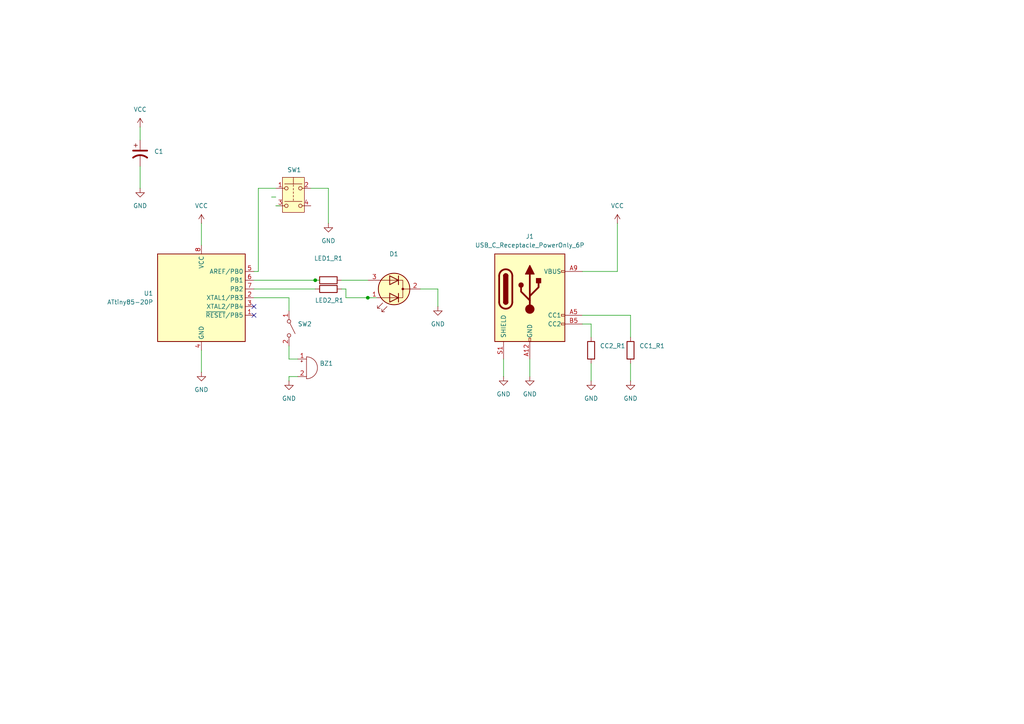
<source format=kicad_sch>
(kicad_sch (version 20231120) (generator "eeschema") (generator_version "8.0")
  (paper "A4")
  (title_block (title "Pomodoro Timer") (date "2025-02-01") (rev "1.0"))
  (lib_symbols
    (symbol "Connector:USB_C_Receptacle_PowerOnly_6P" (pin_names (offset 1.016))
      (property "Reference" "J" (at 0 16.51 0))
      (property "Value" "USB_C_Receptacle_PowerOnly_6P" (at 0 13.97 0))
      (symbol "USB_C_Receptacle_PowerOnly_6P_0_0"
        (rectangle (start -0.254 -12.7) (end 0.254 -11.684))
        (rectangle (start 10.16 -7.366) (end 9.144 -7.874))
        (rectangle (start 10.16 -4.826) (end 9.144 -5.334))
        (rectangle (start 10.16 7.874) (end 9.144 7.366))
      )
      (symbol "USB_C_Receptacle_PowerOnly_6P_0_1"
        (rectangle (start -10.16 12.7) (end 10.16 -12.7) (stroke (width 0.254)) (fill (type background)))
        (arc (start -8.89 -1.27) (mid -6.985 -3.1667) (end -5.08 -1.27) (stroke (width 0.508)))
        (arc (start -7.62 -1.27) (mid -6.985 -1.9023) (end -6.35 -1.27) (stroke (width 0.254)))
        (arc (start -7.62 -1.27) (mid -6.985 -1.9023) (end -6.35 -1.27) (stroke (width 0.254)) (fill (type outline)))
        (rectangle (start -7.62 -1.27) (end -6.35 6.35) (stroke (width 0.254)) (fill (type outline)))
        (arc (start -6.35 6.35) (mid -6.985 6.9823) (end -7.62 6.35) (stroke (width 0.254)))
        (arc (start -6.35 6.35) (mid -6.985 6.9823) (end -7.62 6.35) (stroke (width 0.254)) (fill (type outline)))
        (arc (start -5.08 6.35) (mid -6.985 8.2467) (end -8.89 6.35) (stroke (width 0.508)))
        (circle (center -2.54 3.683) (radius 0.635) (stroke (width 0.254)) (fill (type outline)))
        (circle (center 0 -3.302) (radius 1.27) (fill (type outline)))
        (polyline (pts (xy -8.89 -1.27) (xy -8.89 6.35)) (stroke (width 0.508)))
        (polyline (pts (xy -5.08 6.35) (xy -5.08 -1.27)) (stroke (width 0.508)))
        (polyline (pts (xy 0 -3.302) (xy 0 6.858)) (stroke (width 0.508)))
        (polyline (pts (xy 0 -0.762) (xy -2.54 1.778) (xy -2.54 3.048)) (stroke (width 0.508)))
        (polyline (pts (xy 0 0.508) (xy 2.54 3.048) (xy 2.54 4.318)) (stroke (width 0.508)))
        (polyline (pts (xy -1.27 6.858) (xy 0 9.398) (xy 1.27 6.858) (xy -1.27 6.858)) (stroke (width 0.254)) (fill (type outline)))
        (rectangle (start 1.905 4.318) (end 3.175 5.588) (stroke (width 0.254)) (fill (type outline)))
      )
      (symbol "USB_C_Receptacle_PowerOnly_6P_1_1"
        (pin passive line (at 0 -17.78 90) (length 5.08) (name "GND") (number "A12"))
        (pin bidirectional line (at 15.24 -5.08 180) (length 5.08) (name "CC1") (number "A5"))
        (pin passive line (at 15.24 7.62 180) (length 5.08) (name "VBUS") (number "A9"))
        (pin passive line (at 0 -17.78 90) (length 5.08) hide (name "GND") (number "B12"))
        (pin bidirectional line (at 15.24 -7.62 180) (length 5.08) (name "CC2") (number "B5"))
        (pin passive line (at 15.24 7.62 180) (length 5.08) hide (name "VBUS") (number "B9"))
        (pin passive line (at -7.62 -17.78 90) (length 5.08) (name "SHIELD") (number "S1"))
      )
    )
    (symbol "Device:Buzzer" (pin_names (offset 0.0254) hide)
      (property "Reference" "BZ" (at 3.81 1.27 0))
      (property "Value" "Buzzer" (at 3.81 -1.27 0))
      (symbol "Buzzer_0_1"
        (arc (start 0 -3.175) (mid 3.1612 0) (end 0 3.175))
        (polyline (pts (xy -1.651 1.905) (xy -1.143 1.905)))
        (polyline (pts (xy -1.397 2.159) (xy -1.397 1.651)))
        (polyline (pts (xy 0 3.175) (xy 0 -3.175)))
      )
      (symbol "Buzzer_1_1"
        (pin passive line (at -2.54 2.54 0) (length 2.54) (name "+") (number "1"))
        (pin passive line (at -2.54 -2.54 0) (length 2.54) (name "-") (number "2"))
      )
    )
    (symbol "Device:C_Polarized_US" (pin_numbers hide) (pin_names (offset 0.254) hide)
      (property "Reference" "C" (at 0.635 2.54 0))
      (property "Value" "C_Polarized_US" (at 0.635 -2.54 0))
      (symbol "C_Polarized_US_0_1"
        (polyline (pts (xy -2.032 0.762) (xy 2.032 0.762)) (stroke (width 0.508)))
        (polyline (pts (xy -1.778 2.286) (xy -0.762 2.286)))
        (polyline (pts (xy -1.27 1.778) (xy -1.27 2.794)))
        (arc (start 2.032 -1.27) (mid 0 -0.5572) (end -2.032 -1.27) (stroke (width 0.508)))
      )
      (symbol "C_Polarized_US_1_1"
        (pin passive line (at 0 3.81 270) (length 2.794) (name "~") (number "1"))
        (pin passive line (at 0 -3.81 90) (length 3.302) (name "~") (number "2"))
      )
    )
    (symbol "Device:LED_Dual_AKA" (pin_names (offset 0) hide)
      (property "Reference" "D" (at 0 5.715 0))
      (property "Value" "LED_Dual_AKA" (at 0 -6.35 0))
      (symbol "LED_Dual_AKA_0_1"
        (circle (center -2.54 0) (radius 0.2794) (fill (type outline)))
        (polyline (pts (xy -4.572 0) (xy -2.54 0)))
        (polyline (pts (xy -1.27 -1.27) (xy -1.27 -3.81)) (stroke (width 0.254)))
        (polyline (pts (xy -1.27 1.27) (xy -1.27 3.81)) (stroke (width 0.254)))
        (polyline (pts (xy 3.81 -2.54) (xy 1.905 -2.54)))
        (polyline (pts (xy 3.81 2.54) (xy 1.905 2.54)))
        (polyline (pts (xy 1.27 -3.81) (xy 1.27 -1.27) (xy -1.27 -2.54) (xy 1.27 -3.81)) (stroke (width 0.254)))
        (polyline (pts (xy 1.27 1.27) (xy 1.27 3.81) (xy -1.27 2.54) (xy 1.27 1.27)) (stroke (width 0.254)))
        (polyline (pts (xy 2.032 2.54) (xy -2.54 2.54) (xy -2.54 -2.54) (xy 2.032 -2.54)))
        (polyline (pts (xy 2.032 5.08) (xy 3.556 6.604) (xy 2.794 6.604) (xy 3.556 6.604) (xy 3.556 5.842)))
        (polyline (pts (xy 3.302 4.064) (xy 4.826 5.588) (xy 4.064 5.588) (xy 4.826 5.588) (xy 4.826 4.826)))
        (circle (center 0 0) (radius 4.572) (stroke (width 0.254)) (fill (type background)))
      )
      (symbol "LED_Dual_AKA_1_1"
        (pin input line (at 7.62 2.54 180) (length 3.81) (name "A1") (number "1"))
        (pin input line (at -7.62 0 0) (length 3.048) (name "K") (number "2"))
        (pin input line (at 7.62 -2.54 180) (length 3.81) (name "A2") (number "3"))
      )
    )
    (symbol "Device:R" (pin_numbers hide) (pin_names (offset 0))
      (property "Reference" "R" (at 2.032 0 90))
      (property "Value" "R" (at 0 0 90))
      (symbol "R_0_1"
        (rectangle (start -1.016 -2.54) (end 1.016 2.54) (stroke (width 0.254)))
      )
      (symbol "R_1_1"
        (pin passive line (at 0 3.81 270) (length 1.27) (name "~") (number "1"))
        (pin passive line (at 0 -3.81 90) (length 1.27) (name "~") (number "2"))
      )
    )
    (symbol "MCU_Microchip_ATtiny:ATtiny85-20P"
      (property "Reference" "U" (at -12.7 13.97 0))
      (property "Value" "ATtiny85-20P" (at 2.54 -13.97 0))
      (symbol "ATtiny85-20P_0_1"
        (rectangle (start -12.7 -12.7) (end 12.7 12.7) (stroke (width 0.254)) (fill (type background)))
      )
      (symbol "ATtiny85-20P_1_1"
        (pin bidirectional line (at 15.24 -5.08 180) (length 2.54) (name "~{RESET}/PB5") (number "1"))
        (pin bidirectional line (at 15.24 0 180) (length 2.54) (name "XTAL1/PB3") (number "2"))
        (pin bidirectional line (at 15.24 -2.54 180) (length 2.54) (name "XTAL2/PB4") (number "3"))
        (pin power_in line (at 0 -15.24 90) (length 2.54) (name "GND") (number "4"))
        (pin bidirectional line (at 15.24 7.62 180) (length 2.54) (name "AREF/PB0") (number "5"))
        (pin bidirectional line (at 15.24 5.08 180) (length 2.54) (name "PB1") (number "6"))
        (pin bidirectional line (at 15.24 2.54 180) (length 2.54) (name "PB2") (number "7"))
        (pin power_in line (at 0 15.24 270) (length 2.54) (name "VCC") (number "8"))
      )
    )
    (symbol "Switch:SW_Push_Dual" (pin_names (offset 1.016) hide)
      (property "Reference" "SW" (at 0 7.62 0))
      (property "Value" "SW_Push_Dual" (at 0 -6.35 0))
      (symbol "SW_Push_Dual_0_1"
        (circle (center -2.032 -2.54) (radius 0.508))
        (circle (center -2.032 2.54) (radius 0.508))
        (polyline (pts (xy 0 -0.508) (xy 0 -1.016)))
        (polyline (pts (xy 0 0.508) (xy 0 0)))
        (polyline (pts (xy 0 1.016) (xy 0 1.524)))
        (polyline (pts (xy 0 2.032) (xy 0 2.54)))
        (polyline (pts (xy 0 3.048) (xy 0 3.556)))
        (polyline (pts (xy 0 3.81) (xy 0 5.588)))
        (polyline (pts (xy 2.54 -1.27) (xy -2.54 -1.27)))
        (polyline (pts (xy 2.54 3.81) (xy -2.54 3.81)))
        (circle (center 2.032 -2.54) (radius 0.508))
        (circle (center 2.032 2.54) (radius 0.508))
        (pin passive line (at -5.08 2.54 0) (length 2.54) (name "1") (number "1"))
        (pin passive line (at 5.08 2.54 180) (length 2.54) (name "2") (number "2"))
        (pin passive line (at -5.08 -2.54 0) (length 2.54) (name "3") (number "3"))
        (pin passive line (at 5.08 -2.54 180) (length 2.54) (name "4") (number "4"))
      )
      (symbol "SW_Push_Dual_1_1"
        (rectangle (start -3.175 5.715) (end 3.175 -4.445) (fill (type background)))
      )
    )
    (symbol "Switch:SW_SPST" (pin_names (offset 0) hide)
      (property "Reference" "SW" (at 0 3.175 0))
      (property "Value" "SW_SPST" (at 0 -2.54 0))
      (symbol "SW_SPST_0_0"
        (circle (center -2.032 0) (radius 0.508))
        (polyline (pts (xy -1.524 0.254) (xy 1.524 1.778)))
        (circle (center 2.032 0) (radius 0.508))
      )
      (symbol "SW_SPST_1_1"
        (pin passive line (at -5.08 0 0) (length 2.54) (name "A") (number "1"))
        (pin passive line (at 5.08 0 180) (length 2.54) (name "B") (number "2"))
      )
    )
    (symbol "power:GND" (power) (pin_numbers hide) (pin_names (offset 0) hide)
      (property "Value" "GND" (at 0 -3.81 0))
      (symbol "GND_0_1"
        (polyline (pts (xy 0 0) (xy 0 -1.27) (xy 1.27 -1.27) (xy 0 -2.54) (xy -1.27 -1.27) (xy 0 -1.27)))
      )
      (symbol "GND_1_1"
        (pin power_in line (at 0 0 270) (length 0) (name "~") (number "1"))
      )
    )
    (symbol "power:VCC" (power) (pin_numbers hide) (pin_names (offset 0) hide)
      (property "Value" "VCC" (at 0 3.556 0))
      (symbol "VCC_0_1"
        (polyline (pts (xy -0.762 1.27) (xy 0 2.54)))
        (polyline (pts (xy 0 0) (xy 0 2.54)))
        (polyline (pts (xy 0 2.54) (xy 0.762 1.27)))
      )
      (symbol "VCC_1_1"
        (pin power_in line (at 0 0 90) (length 0) (name "~") (number "1"))
      )
    )
  )
  (junction (at 91.44 81.28))
  (junction (at 106.68 86.36))
  (no_connect (at 73.66 88.9))
  (no_connect (at 73.66 91.44))
  (wire (pts (xy 40.64 36.83) (xy 40.64 40.64)))
  (wire (pts (xy 106.68 86.36) (xy 109.22 86.36)))
  (wire (pts (xy 99.06 83.82) (xy 100.33 83.82)))
  (wire (pts (xy 73.66 86.36) (xy 83.82 86.36)))
  (wire (pts (xy 99.06 81.28) (xy 106.68 81.28)))
  (wire (pts (xy 78.74 57.15) (xy 80.01 57.15)))
  (wire (pts (xy 168.91 78.74) (xy 179.07 78.74)))
  (wire (pts (xy 179.07 78.74) (xy 179.07 64.77)))
  (wire (pts (xy 171.45 105.41) (xy 171.45 110.49)))
  (wire (pts (xy 40.64 48.26) (xy 40.64 54.61)))
  (wire (pts (xy 100.33 83.82) (xy 100.33 86.36)))
  (wire (pts (xy 58.42 64.77) (xy 58.42 71.12)))
  (wire (pts (xy 168.91 91.44) (xy 182.88 91.44)))
  (wire (pts (xy 90.17 54.61) (xy 95.25 54.61)))
  (wire (pts (xy 83.82 86.36) (xy 83.82 90.17)))
  (wire (pts (xy 100.33 86.36) (xy 106.68 86.36)))
  (wire (pts (xy 83.82 100.33) (xy 83.82 104.14)))
  (wire (pts (xy 73.66 81.28) (xy 91.44 81.28)))
  (wire (pts (xy 74.93 54.61) (xy 80.01 54.61)))
  (wire (pts (xy 182.88 91.44) (xy 182.88 97.79)))
  (wire (pts (xy 86.36 109.22) (xy 83.82 109.22)))
  (wire (pts (xy 153.67 104.14) (xy 153.67 109.22)))
  (wire (pts (xy 95.25 54.61) (xy 95.25 64.77)))
  (wire (pts (xy 58.42 101.6) (xy 58.42 107.95)))
  (wire (pts (xy 83.82 104.14) (xy 86.36 104.14)))
  (wire (pts (xy 127 83.82) (xy 127 88.9)))
  (wire (pts (xy 171.45 93.98) (xy 171.45 97.79)))
  (wire (pts (xy 146.05 104.14) (xy 146.05 109.22)))
  (wire (pts (xy 74.93 54.61) (xy 74.93 78.74)))
  (wire (pts (xy 182.88 105.41) (xy 182.88 110.49)))
  (wire (pts (xy 83.82 109.22) (xy 83.82 110.49)))
  (wire (pts (xy 80.01 59.69) (xy 81.28 59.69)))
  (wire (pts (xy 73.66 83.82) (xy 91.44 83.82)))
  (wire (pts (xy 168.91 93.98) (xy 171.45 93.98)))
  (wire (pts (xy 91.44 81.28) (xy 92.71 81.28)))
  (wire (pts (xy 121.92 83.82) (xy 127 83.82)))
  (wire (pts (xy 73.66 78.74) (xy 74.93 78.74)))
  (symbol (lib_id "Switch:SW_SPST") (at 83.82 95.25 270) (unit 1)
    (property "Reference" "SW2" (at 86.36 93.9799 90) (effects (justify left)))
    (property "Value" "SW_SPST" (effects (hide yes)))
    (property "Footprint" "Button_Switch_THT:SW_Push_2P2T_Toggle_CK_PVA2xxH4xxxxxxV2" (effects (hide yes)))
    (property "Description" "Single Pole Single Throw (SPST) switch" (effects (hide yes)))
  )
  (symbol (lib_id "Device:Buzzer") (at 88.9 106.68 0) (unit 1)
    (property "Reference" "BZ1" (at 92.71 105.4099 0) (effects (justify left)))
    (property "Value" "Buzzer" (effects (hide yes)))
    (property "Footprint" "Buzzer_Beeper:Buzzer_12x9.5RM7.6" (effects (hide yes)))
    (property "Description" "Buzzer, polarized" (effects (hide yes)))
  )
  (symbol (lib_id "power:GND") (at 58.42 107.95 0) (unit 1)
    (property "Reference" "#PWR01" (effects (hide yes)))
    (property "Value" "GND" (at 58.42 113.03 0))
    (property "Description" "Power symbol creates a global label with name \"GND\" , ground" (effects (hide yes)))
  )
  (symbol (lib_id "power:GND") (at 83.82 110.49 0) (unit 1)
    (property "Reference" "#PWR010" (effects (hide yes)))
    (property "Value" "GND" (at 83.82 115.57 0))
    (property "Description" "Power symbol creates a global label with name \"GND\" , ground" (effects (hide yes)))
  )
  (symbol (lib_id "Device:LED_Dual_AKA") (at 114.3 83.82 180) (unit 1)
    (property "Reference" "D1" (at 114.2365 73.66 0))
    (property "Value" "LED" (effects (hide yes)))
    (property "Footprint" "LED_THT:LED_D3.0mm-3" (effects (hide yes)))
    (property "Description" "Dual LED, common cathode on pin 2" (effects (hide yes)))
  )
  (symbol (lib_id "power:GND") (at 95.25 64.77 0) (unit 1)
    (property "Reference" "#PWR08" (effects (hide yes)))
    (property "Value" "GND" (at 95.25 69.85 0))
    (property "Description" "Power symbol creates a global label with name \"GND\" , ground" (effects (hide yes)))
  )
  (symbol (lib_id "Connector:USB_C_Receptacle_PowerOnly_6P") (at 153.67 86.36 0) (unit 1)
    (property "Reference" "J1" (at 153.67 68.58 0))
    (property "Value" "USB_C_Receptacle_PowerOnly_6P" (at 153.67 71.12 0))
    (property "Footprint" "Connector_USB:USB_C_Receptacle_HRO_TYPE-C-31-M-17" (effects (hide yes)))
    (property "Datasheet" "https://www.usb.org/sites/default/files/documents/usb_type-c.zip" (effects (hide yes)))
    (property "Description" "USB Power-Only 6P Type-C Receptacle connector" (effects (hide yes)))
  )
  (symbol (lib_id "Device:R") (at 171.45 101.6 0) (unit 1)
    (property "Reference" "CC2_R1" (at 173.99 100.3299 0) (effects (justify left)))
    (property "Value" "5.1K" (effects (hide yes)))
    (property "Footprint" "Resistor_THT:R_Axial_DIN0207_L6.3mm_D2.5mm_P7.62mm_Horizontal" (effects (hide yes)))
    (property "Description" "Resistor" (effects (hide yes)))
  )
  (symbol (lib_id "power:GND") (at 171.45 110.49 0) (unit 1)
    (property "Reference" "#PWR04" (effects (hide yes)))
    (property "Value" "GND" (at 171.45 115.57 0))
    (property "Description" "Power symbol creates a global label with name \"GND\" , ground" (effects (hide yes)))
  )
  (symbol (lib_id "Device:R") (at 95.25 81.28 90) (unit 1)
    (property "Reference" "LED1_R1" (at 95.25 74.93 90))
    (property "Value" "220R" (effects (hide yes)))
    (property "Footprint" "Resistor_THT:R_Axial_DIN0207_L6.3mm_D2.5mm_P7.62mm_Horizontal" (effects (hide yes)))
    (property "Description" "Resistor" (effects (hide yes)))
  )
  (symbol (lib_id "power:GND") (at 127 88.9 0) (unit 1)
    (property "Reference" "#PWR09" (effects (hide yes)))
    (property "Value" "GND" (at 127 93.98 0))
    (property "Description" "Power symbol creates a global label with name \"GND\" , ground" (effects (hide yes)))
  )
  (symbol (lib_id "Device:R") (at 95.25 83.82 90) (unit 1)
    (property "Reference" "LED2_R1" (at 95.504 87.122 90))
    (property "Value" "220R" (effects (hide yes)))
    (property "Footprint" "Resistor_THT:R_Axial_DIN0207_L6.3mm_D2.5mm_P7.62mm_Horizontal" (effects (hide yes)))
    (property "Description" "Resistor" (effects (hide yes)))
  )
  (symbol (lib_id "power:VCC") (at 40.64 36.83 0) (unit 1)
    (property "Reference" "#PWR011" (effects (hide yes)))
    (property "Value" "VCC" (at 40.64 31.75 0))
    (property "Description" "Power symbol creates a global label with name \"VCC\"" (effects (hide yes)))
  )
  (symbol (lib_id "power:GND") (at 182.88 110.49 0) (unit 1)
    (property "Reference" "#PWR06" (effects (hide yes)))
    (property "Value" "GND" (at 182.88 115.57 0))
    (property "Description" "Power symbol creates a global label with name \"GND\" , ground" (effects (hide yes)))
  )
  (symbol (lib_id "MCU_Microchip_ATtiny:ATtiny85-20P") (at 58.42 86.36 0) (unit 1)
    (property "Reference" "U1" (at 44.45 85.0899 0) (effects (justify right)))
    (property "Value" "ATtiny85-20P" (at 44.45 87.6299 0) (effects (justify right)))
    (property "Footprint" "Package_DIP:DIP-8_W7.62mm" (effects (hide yes)))
    (property "Datasheet" "http://ww1.microchip.com/downloads/en/DeviceDoc/atmel-2586-avr-8-bit-microcontroller-attiny25-attiny45-attiny85_datasheet.pdf" (effects (hide yes)))
    (property "Description" "20MHz, 8kB Flash, 512B SRAM, 512B EEPROM, debugWIRE, DIP-8" (effects (hide yes)))
  )
  (symbol (lib_id "Device:R") (at 182.88 101.6 0) (unit 1)
    (property "Reference" "CC1_R1" (at 185.42 100.3299 0) (effects (justify left)))
    (property "Value" "5.1K" (effects (hide yes)))
    (property "Footprint" "Resistor_THT:R_Axial_DIN0207_L6.3mm_D2.5mm_P7.62mm_Horizontal" (effects (hide yes)))
    (property "Description" "Resistor" (effects (hide yes)))
  )
  (symbol (lib_id "power:VCC") (at 58.42 64.77 0) (unit 1)
    (property "Reference" "#PWR02" (effects (hide yes)))
    (property "Value" "VCC" (at 58.42 59.69 0))
    (property "Description" "Power symbol creates a global label with name \"VCC\"" (effects (hide yes)))
  )
  (symbol (lib_id "power:GND") (at 146.05 109.22 0) (unit 1)
    (property "Reference" "#PWR03" (effects (hide yes)))
    (property "Value" "GND" (at 146.05 114.3 0))
    (property "Description" "Power symbol creates a global label with name \"GND\" , ground" (effects (hide yes)))
  )
  (symbol (lib_id "Device:C_Polarized_US") (at 40.64 44.45 0) (unit 1)
    (property "Reference" "C1" (at 44.704 43.942 0) (effects (justify left)))
    (property "Value" "C_Polarized_US" (effects (hide yes)))
    (property "Footprint" "Capacitor_THT:C_Disc_D4.3mm_W1.9mm_P5.00mm" (effects (hide yes)))
    (property "Description" "Polarized capacitor, US symbol" (effects (hide yes)))
  )
  (symbol (lib_id "Switch:SW_Push_Dual") (at 85.09 57.15 0) (unit 1)
    (property "Reference" "SW1" (at 85.344 49.276 0))
    (property "Value" "SW_Push_Dual" (effects (hide yes)))
    (property "Footprint" "Button_Switch_THT:SW_PUSH-12mm" (effects (hide yes)))
    (property "Description" "Push button switch, generic, symbol, four pins" (effects (hide yes)))
  )
  (symbol (lib_id "power:VCC") (at 179.07 64.77 0) (unit 1)
    (property "Reference" "#PWR07" (effects (hide yes)))
    (property "Value" "VCC" (at 179.07 59.69 0))
    (property "Description" "Power symbol creates a global label with name \"VCC\"" (effects (hide yes)))
  )
  (symbol (lib_id "power:GND") (at 40.64 54.61 0) (unit 1)
    (property "Reference" "#PWR012" (effects (hide yes)))
    (property "Value" "GND" (at 40.64 59.69 0))
    (property "Description" "Power symbol creates a global label with name \"GND\" , ground" (effects (hide yes)))
  )
  (symbol (lib_id "power:GND") (at 153.67 109.22 0) (unit 1)
    (property "Reference" "#PWR05" (effects (hide yes)))
    (property "Value" "GND" (at 153.67 114.3 0))
    (property "Description" "Power symbol creates a global label with name \"GND\" , ground" (effects (hide yes)))
  )
)
</source>
